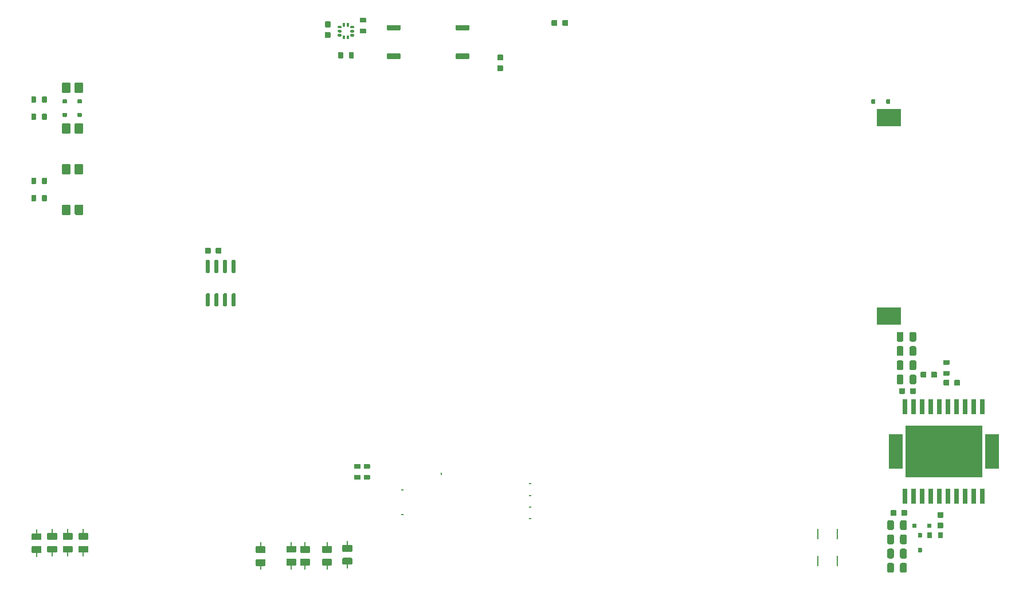
<source format=gtp>
G04 #@! TF.GenerationSoftware,KiCad,Pcbnew,(5.99.0-10483-ga6ad7a4a70)*
G04 #@! TF.CreationDate,2021-05-18T20:21:17+03:00*
G04 #@! TF.ProjectId,hellen121vag,68656c6c-656e-4313-9231-7661672e6b69,a*
G04 #@! TF.SameCoordinates,PX2b953a0PY6943058*
G04 #@! TF.FileFunction,Paste,Top*
G04 #@! TF.FilePolarity,Positive*
%FSLAX46Y46*%
G04 Gerber Fmt 4.6, Leading zero omitted, Abs format (unit mm)*
G04 Created by KiCad (PCBNEW (5.99.0-10483-ga6ad7a4a70)) date 2021-05-18 20:21:17*
%MOMM*%
%LPD*%
G01*
G04 APERTURE LIST*
%ADD10O,0.000001X0.000001*%
%ADD11R,0.203200X1.524000*%
%ADD12R,0.800000X2.200000*%
%ADD13R,2.032000X5.080000*%
%ADD14R,11.430000X7.620000*%
%ADD15R,3.600000X2.600000*%
%ADD16O,0.500000X0.250000*%
%ADD17O,0.250000X0.500000*%
G04 APERTURE END LIST*
G04 #@! TO.C,U3*
G36*
G01*
X34145000Y64850000D02*
X33845000Y64850000D01*
G75*
G02*
X33695000Y65000000I0J150000D01*
G01*
X33695000Y66650000D01*
G75*
G02*
X33845000Y66800000I150000J0D01*
G01*
X34145000Y66800000D01*
G75*
G02*
X34295000Y66650000I0J-150000D01*
G01*
X34295000Y65000000D01*
G75*
G02*
X34145000Y64850000I-150000J0D01*
G01*
G37*
G36*
G01*
X35415000Y64850000D02*
X35115000Y64850000D01*
G75*
G02*
X34965000Y65000000I0J150000D01*
G01*
X34965000Y66650000D01*
G75*
G02*
X35115000Y66800000I150000J0D01*
G01*
X35415000Y66800000D01*
G75*
G02*
X35565000Y66650000I0J-150000D01*
G01*
X35565000Y65000000D01*
G75*
G02*
X35415000Y64850000I-150000J0D01*
G01*
G37*
G36*
G01*
X36685000Y64850000D02*
X36385000Y64850000D01*
G75*
G02*
X36235000Y65000000I0J150000D01*
G01*
X36235000Y66650000D01*
G75*
G02*
X36385000Y66800000I150000J0D01*
G01*
X36685000Y66800000D01*
G75*
G02*
X36835000Y66650000I0J-150000D01*
G01*
X36835000Y65000000D01*
G75*
G02*
X36685000Y64850000I-150000J0D01*
G01*
G37*
G36*
G01*
X37955000Y64850000D02*
X37655000Y64850000D01*
G75*
G02*
X37505000Y65000000I0J150000D01*
G01*
X37505000Y66650000D01*
G75*
G02*
X37655000Y66800000I150000J0D01*
G01*
X37955000Y66800000D01*
G75*
G02*
X38105000Y66650000I0J-150000D01*
G01*
X38105000Y65000000D01*
G75*
G02*
X37955000Y64850000I-150000J0D01*
G01*
G37*
G36*
G01*
X37955000Y69800000D02*
X37655000Y69800000D01*
G75*
G02*
X37505000Y69950000I0J150000D01*
G01*
X37505000Y71600000D01*
G75*
G02*
X37655000Y71750000I150000J0D01*
G01*
X37955000Y71750000D01*
G75*
G02*
X38105000Y71600000I0J-150000D01*
G01*
X38105000Y69950000D01*
G75*
G02*
X37955000Y69800000I-150000J0D01*
G01*
G37*
G36*
G01*
X36685000Y69800000D02*
X36385000Y69800000D01*
G75*
G02*
X36235000Y69950000I0J150000D01*
G01*
X36235000Y71600000D01*
G75*
G02*
X36385000Y71750000I150000J0D01*
G01*
X36685000Y71750000D01*
G75*
G02*
X36835000Y71600000I0J-150000D01*
G01*
X36835000Y69950000D01*
G75*
G02*
X36685000Y69800000I-150000J0D01*
G01*
G37*
G36*
G01*
X35415000Y69800000D02*
X35115000Y69800000D01*
G75*
G02*
X34965000Y69950000I0J150000D01*
G01*
X34965000Y71600000D01*
G75*
G02*
X35115000Y71750000I150000J0D01*
G01*
X35415000Y71750000D01*
G75*
G02*
X35565000Y71600000I0J-150000D01*
G01*
X35565000Y69950000D01*
G75*
G02*
X35415000Y69800000I-150000J0D01*
G01*
G37*
G36*
G01*
X34145000Y69800000D02*
X33845000Y69800000D01*
G75*
G02*
X33695000Y69950000I0J150000D01*
G01*
X33695000Y71600000D01*
G75*
G02*
X33845000Y71750000I150000J0D01*
G01*
X34145000Y71750000D01*
G75*
G02*
X34295000Y71600000I0J-150000D01*
G01*
X34295000Y69950000D01*
G75*
G02*
X34145000Y69800000I-150000J0D01*
G01*
G37*
G04 #@! TD*
G04 #@! TO.C,C15*
G36*
G01*
X51360000Y106915001D02*
X52040000Y106915001D01*
G75*
G02*
X52125000Y106830001I0J-85000D01*
G01*
X52125000Y106150001D01*
G75*
G02*
X52040000Y106065001I-85000J0D01*
G01*
X51360000Y106065001D01*
G75*
G02*
X51275000Y106150001I0J85000D01*
G01*
X51275000Y106830001D01*
G75*
G02*
X51360000Y106915001I85000J0D01*
G01*
G37*
G36*
G01*
X51360000Y105334999D02*
X52040000Y105334999D01*
G75*
G02*
X52125000Y105249999I0J-85000D01*
G01*
X52125000Y104569999D01*
G75*
G02*
X52040000Y104484999I-85000J0D01*
G01*
X51360000Y104484999D01*
G75*
G02*
X51275000Y104569999I0J85000D01*
G01*
X51275000Y105249999D01*
G75*
G02*
X51360000Y105334999I85000J0D01*
G01*
G37*
G04 #@! TD*
G04 #@! TO.C,C6*
G36*
G01*
X77540000Y99584999D02*
X76860000Y99584999D01*
G75*
G02*
X76775000Y99669999I0J85000D01*
G01*
X76775000Y100349999D01*
G75*
G02*
X76860000Y100434999I85000J0D01*
G01*
X77540000Y100434999D01*
G75*
G02*
X77625000Y100349999I0J-85000D01*
G01*
X77625000Y99669999D01*
G75*
G02*
X77540000Y99584999I-85000J0D01*
G01*
G37*
G36*
G01*
X77540000Y101165001D02*
X76860000Y101165001D01*
G75*
G02*
X76775000Y101250001I0J85000D01*
G01*
X76775000Y101930001D01*
G75*
G02*
X76860000Y102015001I85000J0D01*
G01*
X77540000Y102015001D01*
G75*
G02*
X77625000Y101930001I0J-85000D01*
G01*
X77625000Y101250001D01*
G75*
G02*
X77540000Y101165001I-85000J0D01*
G01*
G37*
G04 #@! TD*
D10*
G04 #@! TO.C,M1*
X45912501Y97531666D03*
G04 #@! TD*
G04 #@! TO.C,M6*
X95546542Y48347505D03*
G04 #@! TD*
G04 #@! TO.C,D8*
G36*
G01*
X14312000Y90505000D02*
X14312000Y91745000D01*
G75*
G02*
X14442000Y91875000I130000J0D01*
G01*
X15482000Y91875000D01*
G75*
G02*
X15612000Y91745000I0J-130000D01*
G01*
X15612000Y90505000D01*
G75*
G02*
X15482000Y90375000I-130000J0D01*
G01*
X14442000Y90375000D01*
G75*
G02*
X14312000Y90505000I0J130000D01*
G01*
G37*
G36*
G01*
X12411979Y90505000D02*
X12411979Y91745000D01*
G75*
G02*
X12541979Y91875000I130000J0D01*
G01*
X13581979Y91875000D01*
G75*
G02*
X13711979Y91745000I0J-130000D01*
G01*
X13711979Y90505000D01*
G75*
G02*
X13581979Y90375000I-130000J0D01*
G01*
X12541979Y90375000D01*
G75*
G02*
X12411979Y90505000I0J130000D01*
G01*
G37*
G04 #@! TD*
G04 #@! TO.C,R13*
G36*
G01*
X8075000Y31375001D02*
X9325000Y31375001D01*
G75*
G02*
X9425000Y31275001I0J-100000D01*
G01*
X9425000Y30475001D01*
G75*
G02*
X9325000Y30375001I-100000J0D01*
G01*
X8075000Y30375001D01*
G75*
G02*
X7975000Y30475001I0J100000D01*
G01*
X7975000Y31275001D01*
G75*
G02*
X8075000Y31375001I100000J0D01*
G01*
G37*
D11*
X8700000Y31195000D03*
X8700000Y28655000D03*
G36*
G01*
X8075000Y29474979D02*
X9325000Y29474979D01*
G75*
G02*
X9425000Y29374979I0J-100000D01*
G01*
X9425000Y28574979D01*
G75*
G02*
X9325000Y28474979I-100000J0D01*
G01*
X8075000Y28474979D01*
G75*
G02*
X7975000Y28574979I0J100000D01*
G01*
X7975000Y29374979D01*
G75*
G02*
X8075000Y29474979I100000J0D01*
G01*
G37*
G04 #@! TD*
G04 #@! TO.C,R4*
G36*
G01*
X55225000Y26749999D02*
X53975000Y26749999D01*
G75*
G02*
X53875000Y26849999I0J100000D01*
G01*
X53875000Y27649999D01*
G75*
G02*
X53975000Y27749999I100000J0D01*
G01*
X55225000Y27749999D01*
G75*
G02*
X55325000Y27649999I0J-100000D01*
G01*
X55325000Y26849999D01*
G75*
G02*
X55225000Y26749999I-100000J0D01*
G01*
G37*
X54600000Y26930000D03*
G36*
G01*
X55225000Y28650021D02*
X53975000Y28650021D01*
G75*
G02*
X53875000Y28750021I0J100000D01*
G01*
X53875000Y29550021D01*
G75*
G02*
X53975000Y29650021I100000J0D01*
G01*
X55225000Y29650021D01*
G75*
G02*
X55325000Y29550021I0J-100000D01*
G01*
X55325000Y28750021D01*
G75*
G02*
X55225000Y28650021I-100000J0D01*
G01*
G37*
X54600000Y29470000D03*
G04 #@! TD*
G04 #@! TO.C,R16*
G36*
G01*
X10212000Y95790000D02*
X10212000Y95010000D01*
G75*
G02*
X10142000Y94940000I-70000J0D01*
G01*
X9582000Y94940000D01*
G75*
G02*
X9512000Y95010000I0J70000D01*
G01*
X9512000Y95790000D01*
G75*
G02*
X9582000Y95860000I70000J0D01*
G01*
X10142000Y95860000D01*
G75*
G02*
X10212000Y95790000I0J-70000D01*
G01*
G37*
G36*
G01*
X8612000Y95790000D02*
X8612000Y95010000D01*
G75*
G02*
X8542000Y94940000I-70000J0D01*
G01*
X7982000Y94940000D01*
G75*
G02*
X7912000Y95010000I0J70000D01*
G01*
X7912000Y95790000D01*
G75*
G02*
X7982000Y95860000I70000J0D01*
G01*
X8542000Y95860000D01*
G75*
G02*
X8612000Y95790000I0J-70000D01*
G01*
G37*
G04 #@! TD*
G04 #@! TO.C,C5*
G36*
G01*
X145122001Y53932163D02*
X145122001Y53252163D01*
G75*
G02*
X145037001Y53167163I-85000J0D01*
G01*
X144357001Y53167163D01*
G75*
G02*
X144272001Y53252163I0J85000D01*
G01*
X144272001Y53932163D01*
G75*
G02*
X144357001Y54017163I85000J0D01*
G01*
X145037001Y54017163D01*
G75*
G02*
X145122001Y53932163I0J-85000D01*
G01*
G37*
G36*
G01*
X143541999Y53932163D02*
X143541999Y53252163D01*
G75*
G02*
X143456999Y53167163I-85000J0D01*
G01*
X142776999Y53167163D01*
G75*
G02*
X142691999Y53252163I0J85000D01*
G01*
X142691999Y53932163D01*
G75*
G02*
X142776999Y54017163I85000J0D01*
G01*
X143456999Y54017163D01*
G75*
G02*
X143541999Y53932163I0J-85000D01*
G01*
G37*
G04 #@! TD*
G04 #@! TO.C,C11*
G36*
G01*
X134362000Y32104000D02*
X134362000Y33054000D01*
G75*
G02*
X134612000Y33304000I250000J0D01*
G01*
X135112000Y33304000D01*
G75*
G02*
X135362000Y33054000I0J-250000D01*
G01*
X135362000Y32104000D01*
G75*
G02*
X135112000Y31854000I-250000J0D01*
G01*
X134612000Y31854000D01*
G75*
G02*
X134362000Y32104000I0J250000D01*
G01*
G37*
G36*
G01*
X136262000Y32104000D02*
X136262000Y33054000D01*
G75*
G02*
X136512000Y33304000I250000J0D01*
G01*
X137012000Y33304000D01*
G75*
G02*
X137262000Y33054000I0J-250000D01*
G01*
X137262000Y32104000D01*
G75*
G02*
X137012000Y31854000I-250000J0D01*
G01*
X136512000Y31854000D01*
G75*
G02*
X136262000Y32104000I0J250000D01*
G01*
G37*
G04 #@! TD*
G04 #@! TO.C,R8*
G36*
G01*
X48975000Y26599999D02*
X47725000Y26599999D01*
G75*
G02*
X47625000Y26699999I0J100000D01*
G01*
X47625000Y27499999D01*
G75*
G02*
X47725000Y27599999I100000J0D01*
G01*
X48975000Y27599999D01*
G75*
G02*
X49075000Y27499999I0J-100000D01*
G01*
X49075000Y26699999D01*
G75*
G02*
X48975000Y26599999I-100000J0D01*
G01*
G37*
X48350000Y26780000D03*
X48350000Y29320000D03*
G36*
G01*
X48975000Y28500021D02*
X47725000Y28500021D01*
G75*
G02*
X47625000Y28600021I0J100000D01*
G01*
X47625000Y29400021D01*
G75*
G02*
X47725000Y29500021I100000J0D01*
G01*
X48975000Y29500021D01*
G75*
G02*
X49075000Y29400021I0J-100000D01*
G01*
X49075000Y28600021D01*
G75*
G02*
X48975000Y28500021I-100000J0D01*
G01*
G37*
G04 #@! TD*
G04 #@! TO.C,F1*
X124075000Y27250000D03*
X124075000Y31250010D03*
G04 #@! TD*
D12*
G04 #@! TO.C,U1*
X136992000Y36892163D03*
X138262000Y36892163D03*
X139532000Y36892163D03*
X140802000Y36892163D03*
X142072000Y36892163D03*
X143342000Y36892163D03*
X144612000Y36892163D03*
X145882000Y36892163D03*
X147152000Y36892163D03*
X148422000Y36892163D03*
X148422000Y50092163D03*
X147152000Y50092163D03*
X145882000Y50092163D03*
X144612000Y50092163D03*
X143342000Y50092163D03*
X142072000Y50092163D03*
X140802000Y50092163D03*
X139532000Y50092163D03*
X138262000Y50092163D03*
X136992000Y50092163D03*
D13*
X135595000Y43492163D03*
D14*
X142707000Y43492163D03*
D13*
X149819000Y43492163D03*
G04 #@! TD*
G04 #@! TO.C,R21*
G36*
G01*
X10212000Y81240000D02*
X10212000Y80460000D01*
G75*
G02*
X10142000Y80390000I-70000J0D01*
G01*
X9582000Y80390000D01*
G75*
G02*
X9512000Y80460000I0J70000D01*
G01*
X9512000Y81240000D01*
G75*
G02*
X9582000Y81310000I70000J0D01*
G01*
X10142000Y81310000D01*
G75*
G02*
X10212000Y81240000I0J-70000D01*
G01*
G37*
G36*
G01*
X8612000Y81240000D02*
X8612000Y80460000D01*
G75*
G02*
X8542000Y80390000I-70000J0D01*
G01*
X7982000Y80390000D01*
G75*
G02*
X7912000Y80460000I0J70000D01*
G01*
X7912000Y81240000D01*
G75*
G02*
X7982000Y81310000I70000J0D01*
G01*
X8542000Y81310000D01*
G75*
G02*
X8612000Y81240000I0J-70000D01*
G01*
G37*
G04 #@! TD*
D10*
G04 #@! TO.C,M10*
X25350001Y74749997D03*
G04 #@! TD*
G04 #@! TO.C,D4*
G36*
G01*
X14312000Y96505000D02*
X14312000Y97745000D01*
G75*
G02*
X14442000Y97875000I130000J0D01*
G01*
X15482000Y97875000D01*
G75*
G02*
X15612000Y97745000I0J-130000D01*
G01*
X15612000Y96505000D01*
G75*
G02*
X15482000Y96375000I-130000J0D01*
G01*
X14442000Y96375000D01*
G75*
G02*
X14312000Y96505000I0J130000D01*
G01*
G37*
G36*
G01*
X12411979Y96505000D02*
X12411979Y97745000D01*
G75*
G02*
X12541979Y97875000I130000J0D01*
G01*
X13581979Y97875000D01*
G75*
G02*
X13711979Y97745000I0J-130000D01*
G01*
X13711979Y96505000D01*
G75*
G02*
X13581979Y96375000I-130000J0D01*
G01*
X12541979Y96375000D01*
G75*
G02*
X12411979Y96505000I0J130000D01*
G01*
G37*
G04 #@! TD*
G04 #@! TO.C,C16*
G36*
G01*
X36015001Y73440000D02*
X36015001Y72760000D01*
G75*
G02*
X35930001Y72675000I-85000J0D01*
G01*
X35250001Y72675000D01*
G75*
G02*
X35165001Y72760000I0J85000D01*
G01*
X35165001Y73440000D01*
G75*
G02*
X35250001Y73525000I85000J0D01*
G01*
X35930001Y73525000D01*
G75*
G02*
X36015001Y73440000I0J-85000D01*
G01*
G37*
G36*
G01*
X34434999Y73440000D02*
X34434999Y72760000D01*
G75*
G02*
X34349999Y72675000I-85000J0D01*
G01*
X33669999Y72675000D01*
G75*
G02*
X33584999Y72760000I0J85000D01*
G01*
X33584999Y73440000D01*
G75*
G02*
X33669999Y73525000I85000J0D01*
G01*
X34349999Y73525000D01*
G75*
G02*
X34434999Y73440000I0J-85000D01*
G01*
G37*
G04 #@! TD*
G04 #@! TO.C,S1*
G36*
G01*
X60542000Y106400001D02*
X62382000Y106400001D01*
G75*
G02*
X62462000Y106320001I0J-80000D01*
G01*
X62462000Y105680001D01*
G75*
G02*
X62382000Y105600001I-80000J0D01*
G01*
X60542000Y105600001D01*
G75*
G02*
X60462000Y105680001I0J80000D01*
G01*
X60462000Y106320001D01*
G75*
G02*
X60542000Y106400001I80000J0D01*
G01*
G37*
G36*
G01*
X60542000Y102200000D02*
X62382000Y102200000D01*
G75*
G02*
X62462000Y102120000I0J-80000D01*
G01*
X62462000Y101480000D01*
G75*
G02*
X62382000Y101400000I-80000J0D01*
G01*
X60542000Y101400000D01*
G75*
G02*
X60462000Y101480000I0J80000D01*
G01*
X60462000Y102120000D01*
G75*
G02*
X60542000Y102200000I80000J0D01*
G01*
G37*
G04 #@! TD*
D15*
G04 #@! TO.C,BT1*
X134600000Y92700000D03*
X134600000Y63400000D03*
G04 #@! TD*
G04 #@! TO.C,R5*
G36*
G01*
X142717000Y56942163D02*
X143497000Y56942163D01*
G75*
G02*
X143567000Y56872163I0J-70000D01*
G01*
X143567000Y56312163D01*
G75*
G02*
X143497000Y56242163I-70000J0D01*
G01*
X142717000Y56242163D01*
G75*
G02*
X142647000Y56312163I0J70000D01*
G01*
X142647000Y56872163D01*
G75*
G02*
X142717000Y56942163I70000J0D01*
G01*
G37*
G36*
G01*
X142717000Y55342163D02*
X143497000Y55342163D01*
G75*
G02*
X143567000Y55272163I0J-70000D01*
G01*
X143567000Y54712163D01*
G75*
G02*
X143497000Y54642163I-70000J0D01*
G01*
X142717000Y54642163D01*
G75*
G02*
X142647000Y54712163I0J70000D01*
G01*
X142647000Y55272163D01*
G75*
G02*
X142717000Y55342163I70000J0D01*
G01*
G37*
G04 #@! TD*
G04 #@! TO.C,U2*
G36*
G01*
X54200000Y104300000D02*
X54000000Y104300000D01*
G75*
G02*
X53900000Y104400000I0J100000D01*
G01*
X53900000Y104750000D01*
G75*
G02*
X54000000Y104850000I100000J0D01*
G01*
X54200000Y104850000D01*
G75*
G02*
X54300000Y104750000I0J-100000D01*
G01*
X54300000Y104400000D01*
G75*
G02*
X54200000Y104300000I-100000J0D01*
G01*
G37*
G36*
G01*
X54800000Y104300000D02*
X54600000Y104300000D01*
G75*
G02*
X54500000Y104400000I0J100000D01*
G01*
X54500000Y104750000D01*
G75*
G02*
X54600000Y104850000I100000J0D01*
G01*
X54800000Y104850000D01*
G75*
G02*
X54900000Y104750000I0J-100000D01*
G01*
X54900000Y104400000D01*
G75*
G02*
X54800000Y104300000I-100000J0D01*
G01*
G37*
G36*
G01*
X55500000Y104700000D02*
X55150000Y104700000D01*
G75*
G02*
X55050000Y104800000I0J100000D01*
G01*
X55050000Y105000000D01*
G75*
G02*
X55150000Y105100000I100000J0D01*
G01*
X55500000Y105100000D01*
G75*
G02*
X55600000Y105000000I0J-100000D01*
G01*
X55600000Y104800000D01*
G75*
G02*
X55500000Y104700000I-100000J0D01*
G01*
G37*
G36*
G01*
X55500000Y105300000D02*
X55150000Y105300000D01*
G75*
G02*
X55050000Y105400000I0J100000D01*
G01*
X55050000Y105600000D01*
G75*
G02*
X55150000Y105700000I100000J0D01*
G01*
X55500000Y105700000D01*
G75*
G02*
X55600000Y105600000I0J-100000D01*
G01*
X55600000Y105400000D01*
G75*
G02*
X55500000Y105300000I-100000J0D01*
G01*
G37*
G36*
G01*
X55500000Y105900000D02*
X55150000Y105900000D01*
G75*
G02*
X55050000Y106000000I0J100000D01*
G01*
X55050000Y106200000D01*
G75*
G02*
X55150000Y106300000I100000J0D01*
G01*
X55500000Y106300000D01*
G75*
G02*
X55600000Y106200000I0J-100000D01*
G01*
X55600000Y106000000D01*
G75*
G02*
X55500000Y105900000I-100000J0D01*
G01*
G37*
G36*
G01*
X54800000Y106150000D02*
X54600000Y106150000D01*
G75*
G02*
X54500000Y106250000I0J100000D01*
G01*
X54500000Y106600000D01*
G75*
G02*
X54600000Y106700000I100000J0D01*
G01*
X54800000Y106700000D01*
G75*
G02*
X54900000Y106600000I0J-100000D01*
G01*
X54900000Y106250000D01*
G75*
G02*
X54800000Y106150000I-100000J0D01*
G01*
G37*
G36*
G01*
X54200000Y106150000D02*
X54000000Y106150000D01*
G75*
G02*
X53900000Y106250000I0J100000D01*
G01*
X53900000Y106600000D01*
G75*
G02*
X54000000Y106700000I100000J0D01*
G01*
X54200000Y106700000D01*
G75*
G02*
X54300000Y106600000I0J-100000D01*
G01*
X54300000Y106250000D01*
G75*
G02*
X54200000Y106150000I-100000J0D01*
G01*
G37*
G36*
G01*
X53650000Y105900000D02*
X53300000Y105900000D01*
G75*
G02*
X53200000Y106000000I0J100000D01*
G01*
X53200000Y106200000D01*
G75*
G02*
X53300000Y106300000I100000J0D01*
G01*
X53650000Y106300000D01*
G75*
G02*
X53750000Y106200000I0J-100000D01*
G01*
X53750000Y106000000D01*
G75*
G02*
X53650000Y105900000I-100000J0D01*
G01*
G37*
G36*
G01*
X53650000Y105300000D02*
X53300000Y105300000D01*
G75*
G02*
X53200000Y105400000I0J100000D01*
G01*
X53200000Y105600000D01*
G75*
G02*
X53300000Y105700000I100000J0D01*
G01*
X53650000Y105700000D01*
G75*
G02*
X53750000Y105600000I0J-100000D01*
G01*
X53750000Y105400000D01*
G75*
G02*
X53650000Y105300000I-100000J0D01*
G01*
G37*
G36*
G01*
X53650000Y104700000D02*
X53300000Y104700000D01*
G75*
G02*
X53200000Y104800000I0J100000D01*
G01*
X53200000Y105000000D01*
G75*
G02*
X53300000Y105100000I100000J0D01*
G01*
X53650000Y105100000D01*
G75*
G02*
X53750000Y105000000I0J-100000D01*
G01*
X53750000Y104800000D01*
G75*
G02*
X53650000Y104700000I-100000J0D01*
G01*
G37*
G04 #@! TD*
G04 #@! TO.C,D5*
G36*
G01*
X15302000Y92825000D02*
X14822000Y92825000D01*
G75*
G02*
X14762000Y92885000I0J60000D01*
G01*
X14762000Y93365000D01*
G75*
G02*
X14822000Y93425000I60000J0D01*
G01*
X15302000Y93425000D01*
G75*
G02*
X15362000Y93365000I0J-60000D01*
G01*
X15362000Y92885000D01*
G75*
G02*
X15302000Y92825000I-60000J0D01*
G01*
G37*
G36*
G01*
X13102000Y92825000D02*
X12622000Y92825000D01*
G75*
G02*
X12562000Y92885000I0J60000D01*
G01*
X12562000Y93365000D01*
G75*
G02*
X12622000Y93425000I60000J0D01*
G01*
X13102000Y93425000D01*
G75*
G02*
X13162000Y93365000I0J-60000D01*
G01*
X13162000Y92885000D01*
G75*
G02*
X13102000Y92825000I-60000J0D01*
G01*
G37*
G04 #@! TD*
G04 #@! TO.C,R18*
G36*
G01*
X53274986Y101550001D02*
X53274986Y102330001D01*
G75*
G02*
X53344986Y102400001I70000J0D01*
G01*
X53904986Y102400001D01*
G75*
G02*
X53974986Y102330001I0J-70000D01*
G01*
X53974986Y101550001D01*
G75*
G02*
X53904986Y101480001I-70000J0D01*
G01*
X53344986Y101480001D01*
G75*
G02*
X53274986Y101550001I0J70000D01*
G01*
G37*
G36*
G01*
X54874986Y101550001D02*
X54874986Y102330001D01*
G75*
G02*
X54944986Y102400001I70000J0D01*
G01*
X55504986Y102400001D01*
G75*
G02*
X55574986Y102330001I0J-70000D01*
G01*
X55574986Y101550001D01*
G75*
G02*
X55504986Y101480001I-70000J0D01*
G01*
X54944986Y101480001D01*
G75*
G02*
X54874986Y101550001I0J70000D01*
G01*
G37*
G04 #@! TD*
G04 #@! TO.C,R10*
G36*
G01*
X12675000Y31425001D02*
X13925000Y31425001D01*
G75*
G02*
X14025000Y31325001I0J-100000D01*
G01*
X14025000Y30525001D01*
G75*
G02*
X13925000Y30425001I-100000J0D01*
G01*
X12675000Y30425001D01*
G75*
G02*
X12575000Y30525001I0J100000D01*
G01*
X12575000Y31325001D01*
G75*
G02*
X12675000Y31425001I100000J0D01*
G01*
G37*
D11*
X13300000Y31245000D03*
G36*
G01*
X12675000Y29524979D02*
X13925000Y29524979D01*
G75*
G02*
X14025000Y29424979I0J-100000D01*
G01*
X14025000Y28624979D01*
G75*
G02*
X13925000Y28524979I-100000J0D01*
G01*
X12675000Y28524979D01*
G75*
G02*
X12575000Y28624979I0J100000D01*
G01*
X12575000Y29424979D01*
G75*
G02*
X12675000Y29524979I100000J0D01*
G01*
G37*
X13300000Y28705000D03*
G04 #@! TD*
G04 #@! TO.C,D3*
G36*
G01*
X15302000Y94825000D02*
X14822000Y94825000D01*
G75*
G02*
X14762000Y94885000I0J60000D01*
G01*
X14762000Y95365000D01*
G75*
G02*
X14822000Y95425000I60000J0D01*
G01*
X15302000Y95425000D01*
G75*
G02*
X15362000Y95365000I0J-60000D01*
G01*
X15362000Y94885000D01*
G75*
G02*
X15302000Y94825000I-60000J0D01*
G01*
G37*
G36*
G01*
X13102000Y94825000D02*
X12622000Y94825000D01*
G75*
G02*
X12562000Y94885000I0J60000D01*
G01*
X12562000Y95365000D01*
G75*
G02*
X12622000Y95425000I60000J0D01*
G01*
X13102000Y95425000D01*
G75*
G02*
X13162000Y95365000I0J-60000D01*
G01*
X13162000Y94885000D01*
G75*
G02*
X13102000Y94825000I-60000J0D01*
G01*
G37*
G04 #@! TD*
G04 #@! TO.C,R9*
G36*
G01*
X52225000Y26599999D02*
X50975000Y26599999D01*
G75*
G02*
X50875000Y26699999I0J100000D01*
G01*
X50875000Y27499999D01*
G75*
G02*
X50975000Y27599999I100000J0D01*
G01*
X52225000Y27599999D01*
G75*
G02*
X52325000Y27499999I0J-100000D01*
G01*
X52325000Y26699999D01*
G75*
G02*
X52225000Y26599999I-100000J0D01*
G01*
G37*
X51600000Y26780000D03*
G36*
G01*
X52225000Y28500021D02*
X50975000Y28500021D01*
G75*
G02*
X50875000Y28600021I0J100000D01*
G01*
X50875000Y29400021D01*
G75*
G02*
X50975000Y29500021I100000J0D01*
G01*
X52225000Y29500021D01*
G75*
G02*
X52325000Y29400021I0J-100000D01*
G01*
X52325000Y28600021D01*
G75*
G02*
X52225000Y28500021I-100000J0D01*
G01*
G37*
X51600000Y29320000D03*
G04 #@! TD*
D16*
G04 #@! TO.C,M11*
X81649997Y38700000D03*
X81649997Y36974998D03*
X81649997Y35249998D03*
X81649997Y33550000D03*
D17*
X68449998Y40175000D03*
D16*
X62694124Y34153602D03*
X62699996Y37775000D03*
G04 #@! TD*
G04 #@! TO.C,C8*
G36*
G01*
X135762000Y57804000D02*
X135762000Y58754000D01*
G75*
G02*
X136012000Y59004000I250000J0D01*
G01*
X136512000Y59004000D01*
G75*
G02*
X136762000Y58754000I0J-250000D01*
G01*
X136762000Y57804000D01*
G75*
G02*
X136512000Y57554000I-250000J0D01*
G01*
X136012000Y57554000D01*
G75*
G02*
X135762000Y57804000I0J250000D01*
G01*
G37*
G36*
G01*
X137662000Y57804000D02*
X137662000Y58754000D01*
G75*
G02*
X137912000Y59004000I250000J0D01*
G01*
X138412000Y59004000D01*
G75*
G02*
X138662000Y58754000I0J-250000D01*
G01*
X138662000Y57804000D01*
G75*
G02*
X138412000Y57554000I-250000J0D01*
G01*
X137912000Y57554000D01*
G75*
G02*
X137662000Y57804000I0J250000D01*
G01*
G37*
G04 #@! TD*
G04 #@! TO.C,D9*
G36*
G01*
X132060000Y95400000D02*
X132540000Y95400000D01*
G75*
G02*
X132600000Y95340000I0J-60000D01*
G01*
X132600000Y94860000D01*
G75*
G02*
X132540000Y94800000I-60000J0D01*
G01*
X132060000Y94800000D01*
G75*
G02*
X132000000Y94860000I0J60000D01*
G01*
X132000000Y95340000D01*
G75*
G02*
X132060000Y95400000I60000J0D01*
G01*
G37*
G36*
G01*
X134260000Y95400000D02*
X134740000Y95400000D01*
G75*
G02*
X134800000Y95340000I0J-60000D01*
G01*
X134800000Y94860000D01*
G75*
G02*
X134740000Y94800000I-60000J0D01*
G01*
X134260000Y94800000D01*
G75*
G02*
X134200000Y94860000I0J60000D01*
G01*
X134200000Y95340000D01*
G75*
G02*
X134260000Y95400000I60000J0D01*
G01*
G37*
G04 #@! TD*
G04 #@! TO.C,R6*
G36*
G01*
X57110000Y41600000D02*
X57890000Y41600000D01*
G75*
G02*
X57960000Y41530000I0J-70000D01*
G01*
X57960000Y40970000D01*
G75*
G02*
X57890000Y40900000I-70000J0D01*
G01*
X57110000Y40900000D01*
G75*
G02*
X57040000Y40970000I0J70000D01*
G01*
X57040000Y41530000D01*
G75*
G02*
X57110000Y41600000I70000J0D01*
G01*
G37*
G36*
G01*
X57110000Y40000000D02*
X57890000Y40000000D01*
G75*
G02*
X57960000Y39930000I0J-70000D01*
G01*
X57960000Y39370000D01*
G75*
G02*
X57890000Y39300000I-70000J0D01*
G01*
X57110000Y39300000D01*
G75*
G02*
X57040000Y39370000I0J70000D01*
G01*
X57040000Y39930000D01*
G75*
G02*
X57110000Y40000000I70000J0D01*
G01*
G37*
G04 #@! TD*
G04 #@! TO.C,R19*
G36*
G01*
X56510000Y107450000D02*
X57290000Y107450000D01*
G75*
G02*
X57360000Y107380000I0J-70000D01*
G01*
X57360000Y106820000D01*
G75*
G02*
X57290000Y106750000I-70000J0D01*
G01*
X56510000Y106750000D01*
G75*
G02*
X56440000Y106820000I0J70000D01*
G01*
X56440000Y107380000D01*
G75*
G02*
X56510000Y107450000I70000J0D01*
G01*
G37*
G36*
G01*
X56510000Y105850000D02*
X57290000Y105850000D01*
G75*
G02*
X57360000Y105780000I0J-70000D01*
G01*
X57360000Y105220000D01*
G75*
G02*
X57290000Y105150000I-70000J0D01*
G01*
X56510000Y105150000D01*
G75*
G02*
X56440000Y105220000I0J70000D01*
G01*
X56440000Y105780000D01*
G75*
G02*
X56510000Y105850000I70000J0D01*
G01*
G37*
G04 #@! TD*
G04 #@! TO.C,C10*
G36*
G01*
X135762000Y53604000D02*
X135762000Y54554000D01*
G75*
G02*
X136012000Y54804000I250000J0D01*
G01*
X136512000Y54804000D01*
G75*
G02*
X136762000Y54554000I0J-250000D01*
G01*
X136762000Y53604000D01*
G75*
G02*
X136512000Y53354000I-250000J0D01*
G01*
X136012000Y53354000D01*
G75*
G02*
X135762000Y53604000I0J250000D01*
G01*
G37*
G36*
G01*
X137662000Y53604000D02*
X137662000Y54554000D01*
G75*
G02*
X137912000Y54804000I250000J0D01*
G01*
X138412000Y54804000D01*
G75*
G02*
X138662000Y54554000I0J-250000D01*
G01*
X138662000Y53604000D01*
G75*
G02*
X138412000Y53354000I-250000J0D01*
G01*
X137912000Y53354000D01*
G75*
G02*
X137662000Y53604000I0J250000D01*
G01*
G37*
G04 #@! TD*
G04 #@! TO.C,R2*
G36*
G01*
X46950000Y26619999D02*
X45700000Y26619999D01*
G75*
G02*
X45600000Y26719999I0J100000D01*
G01*
X45600000Y27519999D01*
G75*
G02*
X45700000Y27619999I100000J0D01*
G01*
X46950000Y27619999D01*
G75*
G02*
X47050000Y27519999I0J-100000D01*
G01*
X47050000Y26719999D01*
G75*
G02*
X46950000Y26619999I-100000J0D01*
G01*
G37*
D11*
X46325000Y26800000D03*
G36*
G01*
X46950000Y28520021D02*
X45700000Y28520021D01*
G75*
G02*
X45600000Y28620021I0J100000D01*
G01*
X45600000Y29420021D01*
G75*
G02*
X45700000Y29520021I100000J0D01*
G01*
X46950000Y29520021D01*
G75*
G02*
X47050000Y29420021I0J-100000D01*
G01*
X47050000Y28620021D01*
G75*
G02*
X46950000Y28520021I-100000J0D01*
G01*
G37*
X46325000Y29340000D03*
G04 #@! TD*
G04 #@! TO.C,R12*
X15600000Y31245021D03*
G36*
G01*
X14975000Y31425022D02*
X16225000Y31425022D01*
G75*
G02*
X16325000Y31325022I0J-100000D01*
G01*
X16325000Y30525022D01*
G75*
G02*
X16225000Y30425022I-100000J0D01*
G01*
X14975000Y30425022D01*
G75*
G02*
X14875000Y30525022I0J100000D01*
G01*
X14875000Y31325022D01*
G75*
G02*
X14975000Y31425022I100000J0D01*
G01*
G37*
X15600000Y28705021D03*
G36*
G01*
X14975000Y29525000D02*
X16225000Y29525000D01*
G75*
G02*
X16325000Y29425000I0J-100000D01*
G01*
X16325000Y28625000D01*
G75*
G02*
X16225000Y28525000I-100000J0D01*
G01*
X14975000Y28525000D01*
G75*
G02*
X14875000Y28625000I0J100000D01*
G01*
X14875000Y29425000D01*
G75*
G02*
X14975000Y29525000I100000J0D01*
G01*
G37*
G04 #@! TD*
G04 #@! TO.C,F2*
X126975000Y27250000D03*
X126975000Y31250010D03*
G04 #@! TD*
G04 #@! TO.C,C14*
G36*
G01*
X134362000Y30004000D02*
X134362000Y30954000D01*
G75*
G02*
X134612000Y31204000I250000J0D01*
G01*
X135112000Y31204000D01*
G75*
G02*
X135362000Y30954000I0J-250000D01*
G01*
X135362000Y30004000D01*
G75*
G02*
X135112000Y29754000I-250000J0D01*
G01*
X134612000Y29754000D01*
G75*
G02*
X134362000Y30004000I0J250000D01*
G01*
G37*
G36*
G01*
X136262000Y30004000D02*
X136262000Y30954000D01*
G75*
G02*
X136512000Y31204000I250000J0D01*
G01*
X137012000Y31204000D01*
G75*
G02*
X137262000Y30954000I0J-250000D01*
G01*
X137262000Y30004000D01*
G75*
G02*
X137012000Y29754000I-250000J0D01*
G01*
X136512000Y29754000D01*
G75*
G02*
X136262000Y30004000I0J250000D01*
G01*
G37*
G04 #@! TD*
G04 #@! TO.C,C3*
G36*
G01*
X141722001Y55132163D02*
X141722001Y54452163D01*
G75*
G02*
X141637001Y54367163I-85000J0D01*
G01*
X140957001Y54367163D01*
G75*
G02*
X140872001Y54452163I0J85000D01*
G01*
X140872001Y55132163D01*
G75*
G02*
X140957001Y55217163I85000J0D01*
G01*
X141637001Y55217163D01*
G75*
G02*
X141722001Y55132163I0J-85000D01*
G01*
G37*
G36*
G01*
X140141999Y55132163D02*
X140141999Y54452163D01*
G75*
G02*
X140056999Y54367163I-85000J0D01*
G01*
X139376999Y54367163D01*
G75*
G02*
X139291999Y54452163I0J85000D01*
G01*
X139291999Y55132163D01*
G75*
G02*
X139376999Y55217163I85000J0D01*
G01*
X140056999Y55217163D01*
G75*
G02*
X140141999Y55132163I0J-85000D01*
G01*
G37*
G04 #@! TD*
G04 #@! TO.C,C2*
G36*
G01*
X134856998Y34039000D02*
X134856998Y34719000D01*
G75*
G02*
X134941998Y34804000I85000J0D01*
G01*
X135621998Y34804000D01*
G75*
G02*
X135706998Y34719000I0J-85000D01*
G01*
X135706998Y34039000D01*
G75*
G02*
X135621998Y33954000I-85000J0D01*
G01*
X134941998Y33954000D01*
G75*
G02*
X134856998Y34039000I0J85000D01*
G01*
G37*
G36*
G01*
X136437000Y34039000D02*
X136437000Y34719000D01*
G75*
G02*
X136522000Y34804000I85000J0D01*
G01*
X137202000Y34804000D01*
G75*
G02*
X137287000Y34719000I0J-85000D01*
G01*
X137287000Y34039000D01*
G75*
G02*
X137202000Y33954000I-85000J0D01*
G01*
X136522000Y33954000D01*
G75*
G02*
X136437000Y34039000I0J85000D01*
G01*
G37*
G04 #@! TD*
G04 #@! TO.C,C12*
G36*
G01*
X134362000Y27904000D02*
X134362000Y28854000D01*
G75*
G02*
X134612000Y29104000I250000J0D01*
G01*
X135112000Y29104000D01*
G75*
G02*
X135362000Y28854000I0J-250000D01*
G01*
X135362000Y27904000D01*
G75*
G02*
X135112000Y27654000I-250000J0D01*
G01*
X134612000Y27654000D01*
G75*
G02*
X134362000Y27904000I0J250000D01*
G01*
G37*
G36*
G01*
X136262000Y27904000D02*
X136262000Y28854000D01*
G75*
G02*
X136512000Y29104000I250000J0D01*
G01*
X137012000Y29104000D01*
G75*
G02*
X137262000Y28854000I0J-250000D01*
G01*
X137262000Y27904000D01*
G75*
G02*
X137012000Y27654000I-250000J0D01*
G01*
X136512000Y27654000D01*
G75*
G02*
X136262000Y27904000I0J250000D01*
G01*
G37*
G04 #@! TD*
G04 #@! TO.C,C7*
G36*
G01*
X135762000Y59904000D02*
X135762000Y60854000D01*
G75*
G02*
X136012000Y61104000I250000J0D01*
G01*
X136512000Y61104000D01*
G75*
G02*
X136762000Y60854000I0J-250000D01*
G01*
X136762000Y59904000D01*
G75*
G02*
X136512000Y59654000I-250000J0D01*
G01*
X136012000Y59654000D01*
G75*
G02*
X135762000Y59904000I0J250000D01*
G01*
G37*
G36*
G01*
X137662000Y59904000D02*
X137662000Y60854000D01*
G75*
G02*
X137912000Y61104000I250000J0D01*
G01*
X138412000Y61104000D01*
G75*
G02*
X138662000Y60854000I0J-250000D01*
G01*
X138662000Y59904000D01*
G75*
G02*
X138412000Y59654000I-250000J0D01*
G01*
X137912000Y59654000D01*
G75*
G02*
X137662000Y59904000I0J250000D01*
G01*
G37*
G04 #@! TD*
G04 #@! TO.C,C9*
G36*
G01*
X135762000Y55704000D02*
X135762000Y56654000D01*
G75*
G02*
X136012000Y56904000I250000J0D01*
G01*
X136512000Y56904000D01*
G75*
G02*
X136762000Y56654000I0J-250000D01*
G01*
X136762000Y55704000D01*
G75*
G02*
X136512000Y55454000I-250000J0D01*
G01*
X136012000Y55454000D01*
G75*
G02*
X135762000Y55704000I0J250000D01*
G01*
G37*
G36*
G01*
X137662000Y55704000D02*
X137662000Y56654000D01*
G75*
G02*
X137912000Y56904000I250000J0D01*
G01*
X138412000Y56904000D01*
G75*
G02*
X138662000Y56654000I0J-250000D01*
G01*
X138662000Y55704000D01*
G75*
G02*
X138412000Y55454000I-250000J0D01*
G01*
X137912000Y55454000D01*
G75*
G02*
X137662000Y55704000I0J250000D01*
G01*
G37*
G04 #@! TD*
G04 #@! TO.C,R20*
G36*
G01*
X10212000Y83790000D02*
X10212000Y83010000D01*
G75*
G02*
X10142000Y82940000I-70000J0D01*
G01*
X9582000Y82940000D01*
G75*
G02*
X9512000Y83010000I0J70000D01*
G01*
X9512000Y83790000D01*
G75*
G02*
X9582000Y83860000I70000J0D01*
G01*
X10142000Y83860000D01*
G75*
G02*
X10212000Y83790000I0J-70000D01*
G01*
G37*
G36*
G01*
X8612000Y83790000D02*
X8612000Y83010000D01*
G75*
G02*
X8542000Y82940000I-70000J0D01*
G01*
X7982000Y82940000D01*
G75*
G02*
X7912000Y83010000I0J70000D01*
G01*
X7912000Y83790000D01*
G75*
G02*
X7982000Y83860000I70000J0D01*
G01*
X8542000Y83860000D01*
G75*
G02*
X8612000Y83790000I0J-70000D01*
G01*
G37*
G04 #@! TD*
D10*
G04 #@! TO.C,M2*
X127107496Y94825008D03*
X88412498Y95369312D03*
X103287500Y98775023D03*
X127107501Y96725009D03*
X90112515Y93367335D03*
G04 #@! TD*
G04 #@! TO.C,R17*
G36*
G01*
X10212000Y93240000D02*
X10212000Y92460000D01*
G75*
G02*
X10142000Y92390000I-70000J0D01*
G01*
X9582000Y92390000D01*
G75*
G02*
X9512000Y92460000I0J70000D01*
G01*
X9512000Y93240000D01*
G75*
G02*
X9582000Y93310000I70000J0D01*
G01*
X10142000Y93310000D01*
G75*
G02*
X10212000Y93240000I0J-70000D01*
G01*
G37*
G36*
G01*
X8612000Y93240000D02*
X8612000Y92460000D01*
G75*
G02*
X8542000Y92390000I-70000J0D01*
G01*
X7982000Y92390000D01*
G75*
G02*
X7912000Y92460000I0J70000D01*
G01*
X7912000Y93240000D01*
G75*
G02*
X7982000Y93310000I70000J0D01*
G01*
X8542000Y93310000D01*
G75*
G02*
X8612000Y93240000I0J-70000D01*
G01*
G37*
G04 #@! TD*
D11*
G04 #@! TO.C,R3*
X41800000Y26735000D03*
G36*
G01*
X42425000Y26554999D02*
X41175000Y26554999D01*
G75*
G02*
X41075000Y26654999I0J100000D01*
G01*
X41075000Y27454999D01*
G75*
G02*
X41175000Y27554999I100000J0D01*
G01*
X42425000Y27554999D01*
G75*
G02*
X42525000Y27454999I0J-100000D01*
G01*
X42525000Y26654999D01*
G75*
G02*
X42425000Y26554999I-100000J0D01*
G01*
G37*
X41800000Y29275000D03*
G36*
G01*
X42425000Y28455021D02*
X41175000Y28455021D01*
G75*
G02*
X41075000Y28555021I0J100000D01*
G01*
X41075000Y29355021D01*
G75*
G02*
X41175000Y29455021I100000J0D01*
G01*
X42425000Y29455021D01*
G75*
G02*
X42525000Y29355021I0J-100000D01*
G01*
X42525000Y28555021D01*
G75*
G02*
X42425000Y28455021I-100000J0D01*
G01*
G37*
G04 #@! TD*
G04 #@! TO.C,S2*
G36*
G01*
X72545000Y101399999D02*
X70705000Y101399999D01*
G75*
G02*
X70625000Y101479999I0J80000D01*
G01*
X70625000Y102119999D01*
G75*
G02*
X70705000Y102199999I80000J0D01*
G01*
X72545000Y102199999D01*
G75*
G02*
X72625000Y102119999I0J-80000D01*
G01*
X72625000Y101479999D01*
G75*
G02*
X72545000Y101399999I-80000J0D01*
G01*
G37*
G36*
G01*
X72545000Y105600000D02*
X70705000Y105600000D01*
G75*
G02*
X70625000Y105680000I0J80000D01*
G01*
X70625000Y106320000D01*
G75*
G02*
X70705000Y106400000I80000J0D01*
G01*
X72545000Y106400000D01*
G75*
G02*
X72625000Y106320000I0J-80000D01*
G01*
X72625000Y105680000D01*
G75*
G02*
X72545000Y105600000I-80000J0D01*
G01*
G37*
G04 #@! TD*
G04 #@! TO.C,D7*
G36*
G01*
X14312000Y78505000D02*
X14312000Y79745000D01*
G75*
G02*
X14442000Y79875000I130000J0D01*
G01*
X15482000Y79875000D01*
G75*
G02*
X15612000Y79745000I0J-130000D01*
G01*
X15612000Y78505000D01*
G75*
G02*
X15482000Y78375000I-130000J0D01*
G01*
X14442000Y78375000D01*
G75*
G02*
X14312000Y78505000I0J130000D01*
G01*
G37*
G36*
G01*
X12411979Y78505000D02*
X12411979Y79745000D01*
G75*
G02*
X12541979Y79875000I130000J0D01*
G01*
X13581979Y79875000D01*
G75*
G02*
X13711979Y79745000I0J-130000D01*
G01*
X13711979Y78505000D01*
G75*
G02*
X13581979Y78375000I-130000J0D01*
G01*
X12541979Y78375000D01*
G75*
G02*
X12411979Y78505000I0J130000D01*
G01*
G37*
G04 #@! TD*
G04 #@! TO.C,C13*
G36*
G01*
X134362000Y25804000D02*
X134362000Y26754000D01*
G75*
G02*
X134612000Y27004000I250000J0D01*
G01*
X135112000Y27004000D01*
G75*
G02*
X135362000Y26754000I0J-250000D01*
G01*
X135362000Y25804000D01*
G75*
G02*
X135112000Y25554000I-250000J0D01*
G01*
X134612000Y25554000D01*
G75*
G02*
X134362000Y25804000I0J250000D01*
G01*
G37*
G36*
G01*
X136262000Y25804000D02*
X136262000Y26754000D01*
G75*
G02*
X136512000Y27004000I250000J0D01*
G01*
X137012000Y27004000D01*
G75*
G02*
X137262000Y26754000I0J-250000D01*
G01*
X137262000Y25804000D01*
G75*
G02*
X137012000Y25554000I-250000J0D01*
G01*
X136512000Y25554000D01*
G75*
G02*
X136262000Y25804000I0J250000D01*
G01*
G37*
G04 #@! TD*
G04 #@! TO.C,R1*
G36*
G01*
X140257000Y30702163D02*
X140257000Y31482163D01*
G75*
G02*
X140327000Y31552163I70000J0D01*
G01*
X140887000Y31552163D01*
G75*
G02*
X140957000Y31482163I0J-70000D01*
G01*
X140957000Y30702163D01*
G75*
G02*
X140887000Y30632163I-70000J0D01*
G01*
X140327000Y30632163D01*
G75*
G02*
X140257000Y30702163I0J70000D01*
G01*
G37*
G36*
G01*
X141857000Y30702163D02*
X141857000Y31482163D01*
G75*
G02*
X141927000Y31552163I70000J0D01*
G01*
X142487000Y31552163D01*
G75*
G02*
X142557000Y31482163I0J-70000D01*
G01*
X142557000Y30702163D01*
G75*
G02*
X142487000Y30632163I-70000J0D01*
G01*
X141927000Y30632163D01*
G75*
G02*
X141857000Y30702163I0J70000D01*
G01*
G37*
G04 #@! TD*
G04 #@! TO.C,D2*
G36*
G01*
X138167000Y32792163D02*
X138647000Y32792163D01*
G75*
G02*
X138707000Y32732163I0J-60000D01*
G01*
X138707000Y32252163D01*
G75*
G02*
X138647000Y32192163I-60000J0D01*
G01*
X138167000Y32192163D01*
G75*
G02*
X138107000Y32252163I0J60000D01*
G01*
X138107000Y32732163D01*
G75*
G02*
X138167000Y32792163I60000J0D01*
G01*
G37*
G36*
G01*
X140367000Y32792163D02*
X140847000Y32792163D01*
G75*
G02*
X140907000Y32732163I0J-60000D01*
G01*
X140907000Y32252163D01*
G75*
G02*
X140847000Y32192163I-60000J0D01*
G01*
X140367000Y32192163D01*
G75*
G02*
X140307000Y32252163I0J60000D01*
G01*
X140307000Y32732163D01*
G75*
G02*
X140367000Y32792163I60000J0D01*
G01*
G37*
G04 #@! TD*
G04 #@! TO.C,D6*
G36*
G01*
X14312000Y84505000D02*
X14312000Y85745000D01*
G75*
G02*
X14442000Y85875000I130000J0D01*
G01*
X15482000Y85875000D01*
G75*
G02*
X15612000Y85745000I0J-130000D01*
G01*
X15612000Y84505000D01*
G75*
G02*
X15482000Y84375000I-130000J0D01*
G01*
X14442000Y84375000D01*
G75*
G02*
X14312000Y84505000I0J130000D01*
G01*
G37*
G36*
G01*
X12411979Y84505000D02*
X12411979Y85745000D01*
G75*
G02*
X12541979Y85875000I130000J0D01*
G01*
X13581979Y85875000D01*
G75*
G02*
X13711979Y85745000I0J-130000D01*
G01*
X13711979Y84505000D01*
G75*
G02*
X13581979Y84375000I-130000J0D01*
G01*
X12541979Y84375000D01*
G75*
G02*
X12411979Y84505000I0J130000D01*
G01*
G37*
G04 #@! TD*
G04 #@! TO.C,C17*
G36*
G01*
X87215001Y107040000D02*
X87215001Y106360000D01*
G75*
G02*
X87130001Y106275000I-85000J0D01*
G01*
X86450001Y106275000D01*
G75*
G02*
X86365001Y106360000I0J85000D01*
G01*
X86365001Y107040000D01*
G75*
G02*
X86450001Y107125000I85000J0D01*
G01*
X87130001Y107125000D01*
G75*
G02*
X87215001Y107040000I0J-85000D01*
G01*
G37*
G36*
G01*
X85634999Y107040000D02*
X85634999Y106360000D01*
G75*
G02*
X85549999Y106275000I-85000J0D01*
G01*
X84869999Y106275000D01*
G75*
G02*
X84784999Y106360000I0J85000D01*
G01*
X84784999Y107040000D01*
G75*
G02*
X84869999Y107125000I85000J0D01*
G01*
X85549999Y107125000D01*
G75*
G02*
X85634999Y107040000I0J-85000D01*
G01*
G37*
G04 #@! TD*
G04 #@! TO.C,D1*
G36*
G01*
X139507000Y31332163D02*
X139507000Y30852163D01*
G75*
G02*
X139447000Y30792163I-60000J0D01*
G01*
X138967000Y30792163D01*
G75*
G02*
X138907000Y30852163I0J60000D01*
G01*
X138907000Y31332163D01*
G75*
G02*
X138967000Y31392163I60000J0D01*
G01*
X139447000Y31392163D01*
G75*
G02*
X139507000Y31332163I0J-60000D01*
G01*
G37*
G36*
G01*
X139507000Y29132163D02*
X139507000Y28652163D01*
G75*
G02*
X139447000Y28592163I-60000J0D01*
G01*
X138967000Y28592163D01*
G75*
G02*
X138907000Y28652163I0J60000D01*
G01*
X138907000Y29132163D01*
G75*
G02*
X138967000Y29192163I60000J0D01*
G01*
X139447000Y29192163D01*
G75*
G02*
X139507000Y29132163I0J-60000D01*
G01*
G37*
G04 #@! TD*
G04 #@! TO.C,C4*
G36*
G01*
X141867000Y34517163D02*
X142547000Y34517163D01*
G75*
G02*
X142632000Y34432163I0J-85000D01*
G01*
X142632000Y33752163D01*
G75*
G02*
X142547000Y33667163I-85000J0D01*
G01*
X141867000Y33667163D01*
G75*
G02*
X141782000Y33752163I0J85000D01*
G01*
X141782000Y34432163D01*
G75*
G02*
X141867000Y34517163I85000J0D01*
G01*
G37*
G36*
G01*
X141867000Y32937161D02*
X142547000Y32937161D01*
G75*
G02*
X142632000Y32852161I0J-85000D01*
G01*
X142632000Y32172161D01*
G75*
G02*
X142547000Y32087161I-85000J0D01*
G01*
X141867000Y32087161D01*
G75*
G02*
X141782000Y32172161I0J85000D01*
G01*
X141782000Y32852161D01*
G75*
G02*
X141867000Y32937161I85000J0D01*
G01*
G37*
G04 #@! TD*
G04 #@! TO.C,C1*
G36*
G01*
X136156998Y52039000D02*
X136156998Y52719000D01*
G75*
G02*
X136241998Y52804000I85000J0D01*
G01*
X136921998Y52804000D01*
G75*
G02*
X137006998Y52719000I0J-85000D01*
G01*
X137006998Y52039000D01*
G75*
G02*
X136921998Y51954000I-85000J0D01*
G01*
X136241998Y51954000D01*
G75*
G02*
X136156998Y52039000I0J85000D01*
G01*
G37*
G36*
G01*
X137737000Y52039000D02*
X137737000Y52719000D01*
G75*
G02*
X137822000Y52804000I85000J0D01*
G01*
X138502000Y52804000D01*
G75*
G02*
X138587000Y52719000I0J-85000D01*
G01*
X138587000Y52039000D01*
G75*
G02*
X138502000Y51954000I-85000J0D01*
G01*
X137822000Y51954000D01*
G75*
G02*
X137737000Y52039000I0J85000D01*
G01*
G37*
G04 #@! TD*
G04 #@! TO.C,R7*
G36*
G01*
X55710000Y41600000D02*
X56490000Y41600000D01*
G75*
G02*
X56560000Y41530000I0J-70000D01*
G01*
X56560000Y40970000D01*
G75*
G02*
X56490000Y40900000I-70000J0D01*
G01*
X55710000Y40900000D01*
G75*
G02*
X55640000Y40970000I0J70000D01*
G01*
X55640000Y41530000D01*
G75*
G02*
X55710000Y41600000I70000J0D01*
G01*
G37*
G36*
G01*
X55710000Y40000000D02*
X56490000Y40000000D01*
G75*
G02*
X56560000Y39930000I0J-70000D01*
G01*
X56560000Y39370000D01*
G75*
G02*
X56490000Y39300000I-70000J0D01*
G01*
X55710000Y39300000D01*
G75*
G02*
X55640000Y39370000I0J70000D01*
G01*
X55640000Y39930000D01*
G75*
G02*
X55710000Y40000000I70000J0D01*
G01*
G37*
G04 #@! TD*
D10*
G04 #@! TO.C,M8*
X93090985Y53412113D03*
X93005784Y47909548D03*
X83765980Y46487113D03*
G36*
G01*
X84265989Y43487116D02*
X84265989Y43487116D01*
X84265989Y43487116D01*
X84265989Y43487116D01*
X84265989Y43487116D01*
G37*
G04 #@! TD*
D11*
G04 #@! TO.C,R11*
X11000000Y31245000D03*
G36*
G01*
X10375000Y31425001D02*
X11625000Y31425001D01*
G75*
G02*
X11725000Y31325001I0J-100000D01*
G01*
X11725000Y30525001D01*
G75*
G02*
X11625000Y30425001I-100000J0D01*
G01*
X10375000Y30425001D01*
G75*
G02*
X10275000Y30525001I0J100000D01*
G01*
X10275000Y31325001D01*
G75*
G02*
X10375000Y31425001I100000J0D01*
G01*
G37*
G36*
G01*
X10375000Y29524979D02*
X11625000Y29524979D01*
G75*
G02*
X11725000Y29424979I0J-100000D01*
G01*
X11725000Y28624979D01*
G75*
G02*
X11625000Y28524979I-100000J0D01*
G01*
X10375000Y28524979D01*
G75*
G02*
X10275000Y28624979I0J100000D01*
G01*
X10275000Y29424979D01*
G75*
G02*
X10375000Y29524979I100000J0D01*
G01*
G37*
X11000000Y28705000D03*
G04 #@! TD*
M02*

</source>
